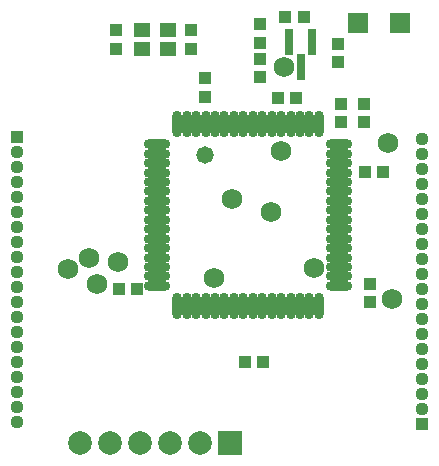
<source format=gts>
G04*
G04 #@! TF.GenerationSoftware,Altium Limited,Altium Designer,24.2.2 (26)*
G04*
G04 Layer_Color=8388736*
%FSLAX44Y44*%
%MOMM*%
G71*
G04*
G04 #@! TF.SameCoordinates,DD90BFA2-8126-46E7-AA9B-D1BD1CD96E7C*
G04*
G04*
G04 #@! TF.FilePolarity,Negative*
G04*
G01*
G75*
%ADD19R,1.4000X1.1500*%
%ADD22R,1.0532X1.0532*%
%ADD23O,2.2532X0.8032*%
%ADD24O,0.8032X2.2532*%
%ADD25R,0.8032X2.3032*%
%ADD26R,1.0532X1.0532*%
%ADD27C,0.9652*%
%ADD28R,1.8034X1.8034*%
%ADD29C,1.1200*%
%ADD30R,1.1200X1.1200*%
%ADD31C,2.0032*%
%ADD32R,2.0032X2.0032*%
%ADD33C,1.7272*%
%ADD34C,1.4732*%
D19*
X879270Y1043560D02*
D03*
X901270D02*
D03*
Y1059560D02*
D03*
X879270D02*
D03*
D22*
X857250Y1043810D02*
D03*
Y1059310D02*
D03*
X1045210Y1047880D02*
D03*
Y1032380D02*
D03*
X1071880Y829180D02*
D03*
Y844680D02*
D03*
X979170Y1035180D02*
D03*
Y1019680D02*
D03*
X920750Y1043810D02*
D03*
Y1059310D02*
D03*
X979170Y1064390D02*
D03*
Y1048890D02*
D03*
X932180Y1018670D02*
D03*
Y1003170D02*
D03*
X1047750Y997080D02*
D03*
Y981580D02*
D03*
X1066800Y981450D02*
D03*
Y996950D02*
D03*
D23*
X892010Y962970D02*
D03*
Y954970D02*
D03*
Y946970D02*
D03*
Y938970D02*
D03*
Y930970D02*
D03*
Y922970D02*
D03*
Y914970D02*
D03*
Y906970D02*
D03*
Y898970D02*
D03*
Y890970D02*
D03*
Y882970D02*
D03*
Y874970D02*
D03*
Y866970D02*
D03*
Y858970D02*
D03*
Y850970D02*
D03*
Y842970D02*
D03*
X1046010D02*
D03*
Y850970D02*
D03*
Y858970D02*
D03*
Y866970D02*
D03*
Y874970D02*
D03*
Y882970D02*
D03*
Y890970D02*
D03*
Y898970D02*
D03*
Y906970D02*
D03*
Y914970D02*
D03*
Y922970D02*
D03*
Y930970D02*
D03*
Y938970D02*
D03*
Y946970D02*
D03*
Y954970D02*
D03*
Y962970D02*
D03*
D24*
X909010Y825970D02*
D03*
X917010D02*
D03*
X925010D02*
D03*
X933010D02*
D03*
X941010D02*
D03*
X949010D02*
D03*
X957010D02*
D03*
X965010D02*
D03*
X973010D02*
D03*
X981010D02*
D03*
X989010D02*
D03*
X997010D02*
D03*
X1005010D02*
D03*
X1013010D02*
D03*
X1021010D02*
D03*
X1029010D02*
D03*
Y979970D02*
D03*
X1021010D02*
D03*
X1013010D02*
D03*
X1005010D02*
D03*
X997010D02*
D03*
X989010D02*
D03*
X981010D02*
D03*
X973010D02*
D03*
X965010D02*
D03*
X957010D02*
D03*
X949010D02*
D03*
X941010D02*
D03*
X933010D02*
D03*
X925010D02*
D03*
X917010D02*
D03*
X909010D02*
D03*
D25*
X1022960Y1049360D02*
D03*
X1003960D02*
D03*
X1013460Y1028360D02*
D03*
D26*
X1016130Y1070610D02*
D03*
X1000630D02*
D03*
X859660Y840740D02*
D03*
X875160D02*
D03*
X1083440Y939800D02*
D03*
X1067940D02*
D03*
X966340Y778510D02*
D03*
X981840D02*
D03*
X1009780Y1002030D02*
D03*
X994280D02*
D03*
D27*
X1097280Y1065530D02*
D03*
X1061720D02*
D03*
D28*
X1097280D02*
D03*
X1061720D02*
D03*
D29*
X773430Y727710D02*
D03*
Y740410D02*
D03*
Y753110D02*
D03*
Y765810D02*
D03*
Y778510D02*
D03*
Y791210D02*
D03*
Y803910D02*
D03*
Y816610D02*
D03*
Y829310D02*
D03*
Y842010D02*
D03*
Y854710D02*
D03*
Y867410D02*
D03*
Y880110D02*
D03*
Y892810D02*
D03*
Y905510D02*
D03*
Y918210D02*
D03*
Y930910D02*
D03*
Y943610D02*
D03*
Y956310D02*
D03*
X1116330Y739140D02*
D03*
Y751840D02*
D03*
Y764540D02*
D03*
Y777240D02*
D03*
Y789940D02*
D03*
Y802640D02*
D03*
Y815340D02*
D03*
Y828040D02*
D03*
Y840740D02*
D03*
Y853440D02*
D03*
Y866140D02*
D03*
Y878840D02*
D03*
Y891540D02*
D03*
Y904240D02*
D03*
Y916940D02*
D03*
Y929640D02*
D03*
Y942340D02*
D03*
Y955040D02*
D03*
Y967740D02*
D03*
D30*
X773430Y969010D02*
D03*
X1116330Y726440D02*
D03*
D31*
X902970Y709930D02*
D03*
X928370D02*
D03*
X877570D02*
D03*
X852170D02*
D03*
X826770D02*
D03*
D32*
X953770D02*
D03*
D33*
X1087120Y963930D02*
D03*
X1024890Y858520D02*
D03*
X858520Y862905D02*
D03*
X841375Y844550D02*
D03*
X816435Y857454D02*
D03*
X834246Y866284D02*
D03*
X988060Y905510D02*
D03*
X955040Y916940D02*
D03*
X999490Y1028700D02*
D03*
X939800Y849630D02*
D03*
X996950Y957580D02*
D03*
X1090930Y831850D02*
D03*
D34*
X932180Y953770D02*
D03*
M02*

</source>
